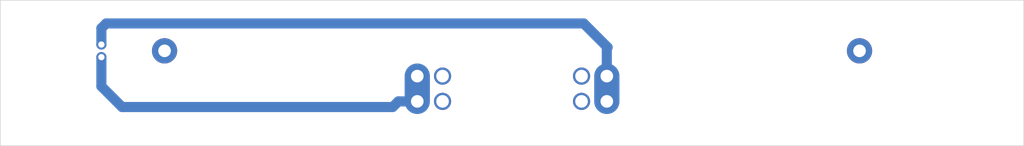
<source format=kicad_pcb>
(kicad_pcb (version 20171130) (host pcbnew 5.0.1-33cea8e~68~ubuntu16.04.1)

  (general
    (thickness 1.6)
    (drawings 7)
    (tracks 25)
    (zones 0)
    (modules 0)
    (nets 1)
  )

  (page A4)
  (layers
    (0 F.Cu signal)
    (31 B.Cu signal)
    (32 B.Adhes user)
    (33 F.Adhes user)
    (34 B.Paste user)
    (35 F.Paste user)
    (36 B.SilkS user)
    (37 F.SilkS user)
    (38 B.Mask user)
    (39 F.Mask user)
    (40 Dwgs.User user)
    (41 Cmts.User user)
    (42 Eco1.User user)
    (43 Eco2.User user)
    (44 Edge.Cuts user)
    (45 Margin user)
    (46 B.CrtYd user)
    (47 F.CrtYd user)
    (48 B.Fab user)
    (49 F.Fab user)
  )

  (setup
    (last_trace_width 0.25)
    (user_trace_width 2.54)
    (user_trace_width 6.35)
    (trace_clearance 0.2)
    (zone_clearance 0.508)
    (zone_45_only no)
    (trace_min 0.2)
    (segment_width 0.2)
    (edge_width 0.15)
    (via_size 0.8)
    (via_drill 0.4)
    (via_min_size 0.4)
    (via_min_drill 0.3)
    (uvia_size 0.3)
    (uvia_drill 0.1)
    (uvias_allowed no)
    (uvia_min_size 0.2)
    (uvia_min_drill 0.1)
    (pcb_text_width 0.3)
    (pcb_text_size 1.5 1.5)
    (mod_edge_width 0.15)
    (mod_text_size 1 1)
    (mod_text_width 0.15)
    (pad_size 1.524 1.524)
    (pad_drill 0.762)
    (pad_to_mask_clearance 0.051)
    (solder_mask_min_width 0.25)
    (aux_axis_origin 0 0)
    (visible_elements FFFFFF7F)
    (pcbplotparams
      (layerselection 0x3dfff_ffffffff)
      (usegerberextensions false)
      (usegerberattributes false)
      (usegerberadvancedattributes false)
      (creategerberjobfile false)
      (excludeedgelayer true)
      (linewidth 0.100000)
      (plotframeref false)
      (viasonmask false)
      (mode 1)
      (useauxorigin false)
      (hpglpennumber 1)
      (hpglpenspeed 20)
      (hpglpendiameter 15.000000)
      (psnegative false)
      (psa4output false)
      (plotreference false)
      (plotvalue false)
      (plotinvisibletext false)
      (padsonsilk false)
      (subtractmaskfromsilk false)
      (outputformat 1)
      (mirror false)
      (drillshape 0)
      (scaleselection 1)
      (outputdirectory "/home/labfe00/Documents/PCB/29-05-2021/gerberFiles/"))
  )

  (net 0 "")

  (net_class Default "This is the default net class."
    (clearance 0.2)
    (trace_width 0.25)
    (via_dia 0.8)
    (via_drill 0.4)
    (uvia_dia 0.3)
    (uvia_drill 0.1)
  )

  (gr_line (start 282.575 53.69266) (end 25.4 53.69266) (layer Edge.Cuts) (width 0.15))
  (gr_line (start 282.575 17.18016) (end 282.575 53.69266) (layer Edge.Cuts) (width 0.15))
  (gr_line (start 25.4 17.18016) (end 282.575 17.18016) (layer Edge.Cuts) (width 0.15))
  (gr_line (start 25.4 17.19286) (end 25.4 17.18016) (layer Edge.Cuts) (width 0.15))
  (gr_line (start 25.4 17.37066) (end 25.4 17.19286) (layer Edge.Cuts) (width 0.15))
  (gr_line (start 25.4 18.13266) (end 25.4 17.37066) (layer Edge.Cuts) (width 0.15))
  (gr_line (start 25.4 53.69266) (end 25.4 18.13266) (layer Edge.Cuts) (width 0.15))

  (via (at 50.8 28.29266) (size 2.54) (drill 1.5748) (layers F.Cu B.Cu) (net 0))
  (via (at 50.8 31.46766) (size 2.54) (drill 1.5748) (layers F.Cu B.Cu) (net 0))
  (via (at 66.675 29.88016) (size 6.35) (drill 3.175) (layers F.Cu B.Cu) (net 0))
  (via (at 130.175 42.58016) (size 4.318) (drill 3.175) (layers F.Cu B.Cu) (net 0))
  (via (at 130.175 36.23016) (size 4.318) (drill 3.175) (layers F.Cu B.Cu) (net 0) (tstamp 60B60103))
  (via (at 136.525 42.58016) (size 4.318) (drill 3.175) (layers F.Cu B.Cu) (net 0) (tstamp 60B6039B))
  (via (at 136.525 36.23016) (size 4.318) (drill 3.175) (layers F.Cu B.Cu) (net 0) (tstamp 60B60846))
  (via (at 177.8 42.58016) (size 4.318) (drill 3.175) (layers F.Cu B.Cu) (net 0) (tstamp 60B608F9))
  (via (at 177.8 36.23016) (size 4.318) (drill 3.175) (layers F.Cu B.Cu) (net 0) (tstamp 60B608FA))
  (via (at 171.45 42.58016) (size 4.318) (drill 3.175) (layers F.Cu B.Cu) (net 0) (tstamp 60B608FB))
  (via (at 171.45 36.23016) (size 4.318) (drill 3.175) (layers F.Cu B.Cu) (net 0) (tstamp 60B608FC))
  (via (at 241.3 29.88016) (size 6.35) (drill 3.175) (layers F.Cu B.Cu) (net 0) (tstamp 60B6198F))
  (segment (start 130.175 36.23016) (end 130.175 42.58016) (width 6.35) (layer B.Cu) (net 0))
  (segment (start 177.8 36.23016) (end 177.8 42.58016) (width 6.35) (layer B.Cu) (net 0))
  (segment (start 50.8 31.46766) (end 50.8 38.8) (width 2.54) (layer B.Cu) (net 0))
  (segment (start 50.8 38.8) (end 56 44) (width 2.54) (layer B.Cu) (net 0))
  (segment (start 56 44) (end 124 44) (width 2.54) (layer B.Cu) (net 0))
  (segment (start 125.41984 42.58016) (end 130.175 42.58016) (width 2.54) (layer B.Cu) (net 0))
  (segment (start 124 44) (end 125.41984 42.58016) (width 2.54) (layer B.Cu) (net 0))
  (segment (start 178 29) (end 177.8 29.2) (width 2.54) (layer B.Cu) (net 0))
  (segment (start 177.8 29.2) (end 177.8 36.23016) (width 2.54) (layer B.Cu) (net 0))
  (segment (start 50.8 28.29266) (end 50.8 24.2) (width 2.54) (layer B.Cu) (net 0))
  (segment (start 50.8 24.2) (end 52 23) (width 2.54) (layer B.Cu) (net 0))
  (segment (start 52 23) (end 172 23) (width 2.54) (layer B.Cu) (net 0))
  (segment (start 172 23) (end 178 29) (width 2.54) (layer B.Cu) (net 0))

)

</source>
